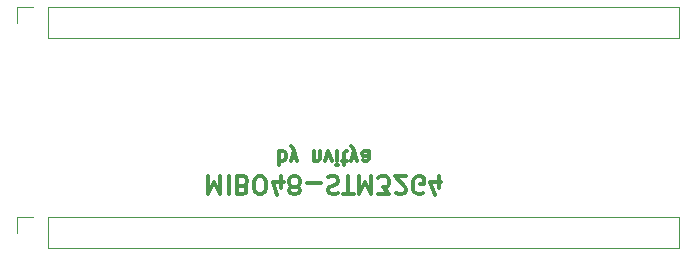
<source format=gbo>
G04 #@! TF.GenerationSoftware,KiCad,Pcbnew,(5.1.2)-2*
G04 #@! TF.CreationDate,2020-02-28T11:19:54+01:00*
G04 #@! TF.ProjectId,mibo48_stm32g4,6d69626f-3438-45f7-9374-6d333267342e,rev?*
G04 #@! TF.SameCoordinates,PX7a53eb0PY5ad6650*
G04 #@! TF.FileFunction,Legend,Bot*
G04 #@! TF.FilePolarity,Positive*
%FSLAX46Y46*%
G04 Gerber Fmt 4.6, Leading zero omitted, Abs format (unit mm)*
G04 Created by KiCad (PCBNEW (5.1.2)-2) date 2020-02-28 11:19:54*
%MOMM*%
%LPD*%
G04 APERTURE LIST*
%ADD10C,0.300000*%
%ADD11C,0.120000*%
G04 APERTURE END LIST*
D10*
X22108000Y-12157142D02*
X22108000Y-13357142D01*
X22108000Y-12900000D02*
X22222285Y-12957142D01*
X22450857Y-12957142D01*
X22565142Y-12900000D01*
X22622285Y-12842857D01*
X22679428Y-12728571D01*
X22679428Y-12385714D01*
X22622285Y-12271428D01*
X22565142Y-12214285D01*
X22450857Y-12157142D01*
X22222285Y-12157142D01*
X22108000Y-12214285D01*
X23079428Y-12957142D02*
X23365142Y-12157142D01*
X23650857Y-12957142D02*
X23365142Y-12157142D01*
X23250857Y-11871428D01*
X23193714Y-11814285D01*
X23079428Y-11757142D01*
X25022285Y-12957142D02*
X25022285Y-12157142D01*
X25022285Y-12842857D02*
X25079428Y-12900000D01*
X25193714Y-12957142D01*
X25365142Y-12957142D01*
X25479428Y-12900000D01*
X25536571Y-12785714D01*
X25536571Y-12157142D01*
X25993714Y-12957142D02*
X26279428Y-12157142D01*
X26565142Y-12957142D01*
X27022285Y-12157142D02*
X27022285Y-12957142D01*
X27022285Y-13357142D02*
X26965142Y-13300000D01*
X27022285Y-13242857D01*
X27079428Y-13300000D01*
X27022285Y-13357142D01*
X27022285Y-13242857D01*
X27422285Y-12957142D02*
X27879428Y-12957142D01*
X27593714Y-13357142D02*
X27593714Y-12328571D01*
X27650857Y-12214285D01*
X27765142Y-12157142D01*
X27879428Y-12157142D01*
X28165142Y-12957142D02*
X28450857Y-12157142D01*
X28736571Y-12957142D02*
X28450857Y-12157142D01*
X28336571Y-11871428D01*
X28279428Y-11814285D01*
X28165142Y-11757142D01*
X29708000Y-12157142D02*
X29708000Y-12785714D01*
X29650857Y-12900000D01*
X29536571Y-12957142D01*
X29308000Y-12957142D01*
X29193714Y-12900000D01*
X29708000Y-12214285D02*
X29593714Y-12157142D01*
X29308000Y-12157142D01*
X29193714Y-12214285D01*
X29136571Y-12328571D01*
X29136571Y-12442857D01*
X29193714Y-12557142D01*
X29308000Y-12614285D01*
X29593714Y-12614285D01*
X29708000Y-12671428D01*
X16122285Y-14307428D02*
X16122285Y-15807428D01*
X16622285Y-14736000D01*
X17122285Y-15807428D01*
X17122285Y-14307428D01*
X17836571Y-14307428D02*
X17836571Y-15807428D01*
X19050857Y-15093142D02*
X19265142Y-15021714D01*
X19336571Y-14950285D01*
X19408000Y-14807428D01*
X19408000Y-14593142D01*
X19336571Y-14450285D01*
X19265142Y-14378857D01*
X19122285Y-14307428D01*
X18550857Y-14307428D01*
X18550857Y-15807428D01*
X19050857Y-15807428D01*
X19193714Y-15736000D01*
X19265142Y-15664571D01*
X19336571Y-15521714D01*
X19336571Y-15378857D01*
X19265142Y-15236000D01*
X19193714Y-15164571D01*
X19050857Y-15093142D01*
X18550857Y-15093142D01*
X20336571Y-15807428D02*
X20622285Y-15807428D01*
X20765142Y-15736000D01*
X20908000Y-15593142D01*
X20979428Y-15307428D01*
X20979428Y-14807428D01*
X20908000Y-14521714D01*
X20765142Y-14378857D01*
X20622285Y-14307428D01*
X20336571Y-14307428D01*
X20193714Y-14378857D01*
X20050857Y-14521714D01*
X19979428Y-14807428D01*
X19979428Y-15307428D01*
X20050857Y-15593142D01*
X20193714Y-15736000D01*
X20336571Y-15807428D01*
X22265142Y-15307428D02*
X22265142Y-14307428D01*
X21908000Y-15878857D02*
X21550857Y-14807428D01*
X22479428Y-14807428D01*
X23265142Y-15164571D02*
X23122285Y-15236000D01*
X23050857Y-15307428D01*
X22979428Y-15450285D01*
X22979428Y-15521714D01*
X23050857Y-15664571D01*
X23122285Y-15736000D01*
X23265142Y-15807428D01*
X23550857Y-15807428D01*
X23693714Y-15736000D01*
X23765142Y-15664571D01*
X23836571Y-15521714D01*
X23836571Y-15450285D01*
X23765142Y-15307428D01*
X23693714Y-15236000D01*
X23550857Y-15164571D01*
X23265142Y-15164571D01*
X23122285Y-15093142D01*
X23050857Y-15021714D01*
X22979428Y-14878857D01*
X22979428Y-14593142D01*
X23050857Y-14450285D01*
X23122285Y-14378857D01*
X23265142Y-14307428D01*
X23550857Y-14307428D01*
X23693714Y-14378857D01*
X23765142Y-14450285D01*
X23836571Y-14593142D01*
X23836571Y-14878857D01*
X23765142Y-15021714D01*
X23693714Y-15093142D01*
X23550857Y-15164571D01*
X24479428Y-14878857D02*
X25622285Y-14878857D01*
X26265142Y-14378857D02*
X26479428Y-14307428D01*
X26836571Y-14307428D01*
X26979428Y-14378857D01*
X27050857Y-14450285D01*
X27122285Y-14593142D01*
X27122285Y-14736000D01*
X27050857Y-14878857D01*
X26979428Y-14950285D01*
X26836571Y-15021714D01*
X26550857Y-15093142D01*
X26408000Y-15164571D01*
X26336571Y-15236000D01*
X26265142Y-15378857D01*
X26265142Y-15521714D01*
X26336571Y-15664571D01*
X26408000Y-15736000D01*
X26550857Y-15807428D01*
X26908000Y-15807428D01*
X27122285Y-15736000D01*
X27550857Y-15807428D02*
X28408000Y-15807428D01*
X27979428Y-14307428D02*
X27979428Y-15807428D01*
X28908000Y-14307428D02*
X28908000Y-15807428D01*
X29408000Y-14736000D01*
X29908000Y-15807428D01*
X29908000Y-14307428D01*
X30479428Y-15807428D02*
X31408000Y-15807428D01*
X30908000Y-15236000D01*
X31122285Y-15236000D01*
X31265142Y-15164571D01*
X31336571Y-15093142D01*
X31408000Y-14950285D01*
X31408000Y-14593142D01*
X31336571Y-14450285D01*
X31265142Y-14378857D01*
X31122285Y-14307428D01*
X30693714Y-14307428D01*
X30550857Y-14378857D01*
X30479428Y-14450285D01*
X31979428Y-15664571D02*
X32050857Y-15736000D01*
X32193714Y-15807428D01*
X32550857Y-15807428D01*
X32693714Y-15736000D01*
X32765142Y-15664571D01*
X32836571Y-15521714D01*
X32836571Y-15378857D01*
X32765142Y-15164571D01*
X31908000Y-14307428D01*
X32836571Y-14307428D01*
X34265142Y-15736000D02*
X34122285Y-15807428D01*
X33908000Y-15807428D01*
X33693714Y-15736000D01*
X33550857Y-15593142D01*
X33479428Y-15450285D01*
X33408000Y-15164571D01*
X33408000Y-14950285D01*
X33479428Y-14664571D01*
X33550857Y-14521714D01*
X33693714Y-14378857D01*
X33908000Y-14307428D01*
X34050857Y-14307428D01*
X34265142Y-14378857D01*
X34336571Y-14450285D01*
X34336571Y-14950285D01*
X34050857Y-14950285D01*
X35622285Y-15307428D02*
X35622285Y-14307428D01*
X35265142Y-15878857D02*
X34908000Y-14807428D01*
X35836571Y-14807428D01*
D11*
X55940000Y-17720000D02*
X55940000Y-20380000D01*
X2540000Y-17720000D02*
X55940000Y-17720000D01*
X2540000Y-20380000D02*
X55940000Y-20380000D01*
X2540000Y-17720000D02*
X2540000Y-20380000D01*
X1270000Y-17720000D02*
X-60000Y-17720000D01*
X-60000Y-17720000D02*
X-60000Y-19050000D01*
X-60000Y60000D02*
X-60000Y-1270000D01*
X1270000Y60000D02*
X-60000Y60000D01*
X2540000Y60000D02*
X2540000Y-2600000D01*
X2540000Y-2600000D02*
X55940000Y-2600000D01*
X2540000Y60000D02*
X55940000Y60000D01*
X55940000Y60000D02*
X55940000Y-2600000D01*
M02*

</source>
